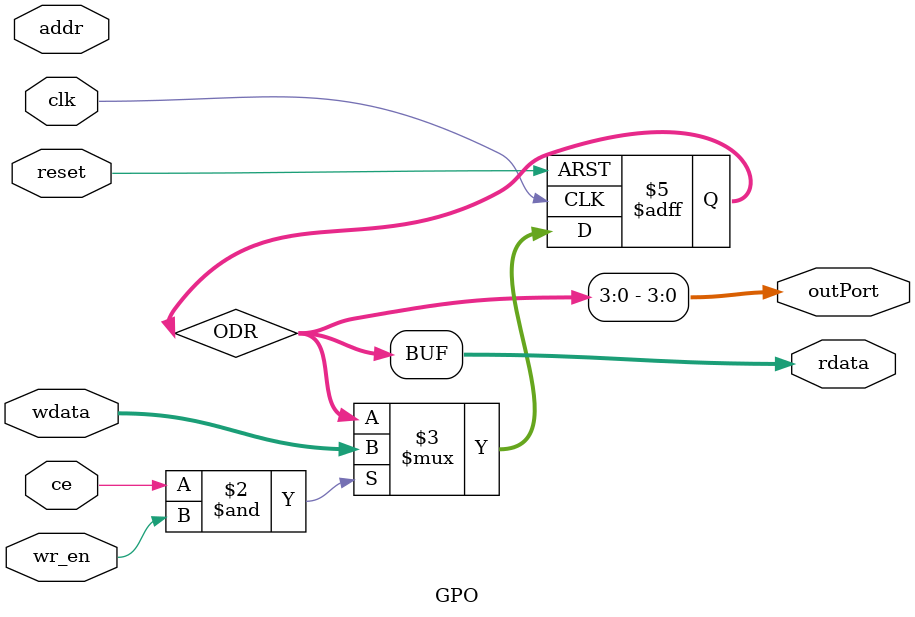
<source format=sv>
`timescale 1ns / 1ps

module GPO (
    input logic        clk,
    input logic        reset,
    input logic        ce,
    input logic        wr_en,
    input logic [ 1:0] addr,
    input logic [31:0] wdata,

    output logic [31:0] rdata,
    output logic [ 3:0] outPort  // 4 ports
);
    logic [31:0] ODR;  // GPO 32bit register

    assign outPort = ODR[3:0];  // output to Port

    always_ff @(posedge clk, posedge reset) begin : GPO
        if (reset) begin
            ODR <= 0;
        end else begin
            if (ce & wr_en) ODR <= wdata;  // write
        end
    end

    assign rdata = ODR;  // read

endmodule

</source>
